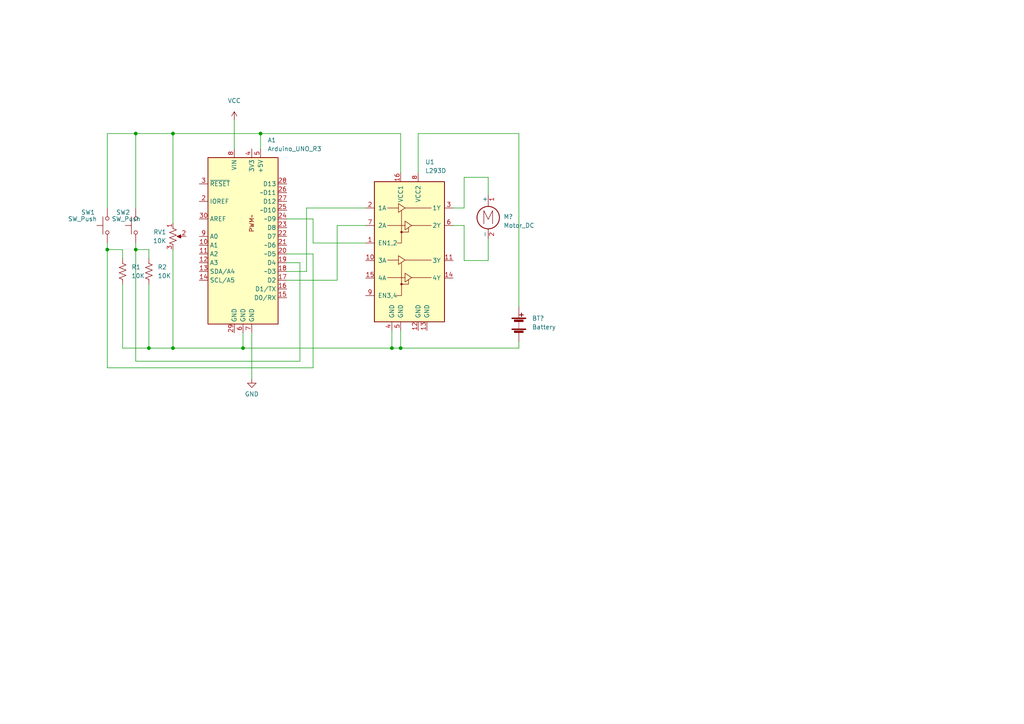
<source format=kicad_sch>
(kicad_sch (version 20211123) (generator eeschema)
  (paper "A4")
  (lib_symbols
    (symbol "Arduino:Arduino_UNO_R3"
      (property "Reference" "A" (at -10.16 23.495 0))
      (property "Value" "Arduino_UNO_R3" (at 5.08 -26.67 0))
      (symbol "Arduino_UNO_R3_0_0"
        (text "PWM~" (at 2.54 3.81 900) (effects (font (size 1.27 1.27))))
      )
      (symbol "Arduino_UNO_R3_0_1"
        (rectangle (start -10.16 22.86) (end 10.16 -25.4) (stroke (width 0.254)) (fill (type background)))
      )
      (symbol "Arduino_UNO_R3_1_1"
        (pin bidirectional line (at -12.7 -2.54 0) (length 2.54) (name "A1") (number "10"))
        (pin bidirectional line (at -12.7 -5.08 0) (length 2.54) (name "A2") (number "11"))
        (pin bidirectional line (at -12.7 -7.62 0) (length 2.54) (name "A3") (number "12"))
        (pin bidirectional line (at -12.7 -10.16 0) (length 2.54) (name "SDA/A4") (number "13"))
        (pin bidirectional line (at -12.7 -12.7 0) (length 2.54) (name "SCL/A5") (number "14"))
        (pin bidirectional line (at 12.7 -17.78 180) (length 2.54) (name "D0/RX") (number "15"))
        (pin bidirectional line (at 12.7 -15.24 180) (length 2.54) (name "D1/TX") (number "16"))
        (pin bidirectional line (at 12.7 -12.7 180) (length 2.54) (name "D2") (number "17"))
        (pin bidirectional line (at 12.7 -10.16 180) (length 2.54) (name "~D3") (number "18"))
        (pin bidirectional line (at 12.7 -7.62 180) (length 2.54) (name "D4") (number "19"))
        (pin output line (at -12.7 10.16 0) (length 2.54) (name "IOREF") (number "2"))
        (pin bidirectional line (at 12.7 -5.08 180) (length 2.54) (name "~D5") (number "20"))
        (pin bidirectional line (at 12.7 -2.54 180) (length 2.54) (name "~D6") (number "21"))
        (pin bidirectional line (at 12.7 0 180) (length 2.54) (name "D7") (number "22"))
        (pin bidirectional line (at 12.7 2.54 180) (length 2.54) (name "D8") (number "23"))
        (pin bidirectional line (at 12.7 5.08 180) (length 2.54) (name "~D9") (number "24"))
        (pin bidirectional line (at 12.7 7.62 180) (length 2.54) (name "~D10") (number "25"))
        (pin bidirectional line (at 12.7 12.7 180) (length 2.54) (name "~D11") (number "26"))
        (pin bidirectional line (at 12.7 10.16 180) (length 2.54) (name "D12") (number "27"))
        (pin bidirectional line (at 12.7 15.24 180) (length 2.54) (name "D13") (number "28"))
        (pin power_in line (at -2.54 -27.94 90) (length 2.54) (name "GND") (number "29"))
        (pin input line (at -12.7 15.24 0) (length 2.54) (name "~{RESET}") (number "3"))
        (pin input line (at -12.7 5.08 0) (length 2.54) (name "AREF") (number "30"))
        (pin power_out line (at 2.54 25.4 270) (length 2.54) (name "3V3") (number "4"))
        (pin power_out line (at 5.08 25.4 270) (length 2.54) (name "+5V") (number "5"))
        (pin power_in line (at 0 -27.94 90) (length 2.54) (name "GND") (number "6"))
        (pin power_in line (at 2.54 -27.94 90) (length 2.54) (name "GND") (number "7"))
        (pin power_in line (at -2.54 25.4 270) (length 2.54) (name "VIN") (number "8"))
        (pin bidirectional line (at -12.7 0 0) (length 2.54) (name "A0") (number "9"))
      )
    )
    (symbol "Device:Battery" (pin_numbers hide) (pin_names (offset 0) hide)
      (property "Reference" "BT" (at 2.54 2.54 0))
      (property "Value" "Battery" (at 2.54 0 0))
      (symbol "Battery_0_1"
        (rectangle (start -2.032 -1.397) (end 2.032 -1.651) (fill (type outline)))
        (rectangle (start -2.032 1.778) (end 2.032 1.524) (fill (type outline)))
        (rectangle (start -1.3208 -1.9812) (end 1.27 -2.4892) (fill (type outline)))
        (rectangle (start -1.3208 1.1938) (end 1.27 0.6858) (fill (type outline)))
        (polyline (pts (xy 0 -1.524) (xy 0 -1.27)))
        (polyline (pts (xy 0 -1.016) (xy 0 -0.762)))
        (polyline (pts (xy 0 -0.508) (xy 0 -0.254)))
        (polyline (pts (xy 0 0) (xy 0 0.254)))
        (polyline (pts (xy 0 0.508) (xy 0 0.762)))
        (polyline (pts (xy 0 1.778) (xy 0 2.54)))
        (polyline (pts (xy 0.254 2.667) (xy 1.27 2.667)) (stroke (width 0.254)))
        (polyline (pts (xy 0.762 3.175) (xy 0.762 2.159)) (stroke (width 0.254)))
      )
      (symbol "Battery_1_1"
        (pin passive line (at 0 5.08 270) (length 2.54) (name "+") (number "1"))
        (pin passive line (at 0 -5.08 90) (length 2.54) (name "-") (number "2"))
      )
    )
    (symbol "Device:R_Potentiometer_US" (pin_names (offset 1.016) hide)
      (property "Reference" "RV" (at -4.445 0 90))
      (property "Value" "R_Potentiometer_US" (at -2.54 0 90))
      (symbol "R_Potentiometer_US_0_1"
        (polyline (pts (xy 0 -2.286) (xy 0 -2.54)))
        (polyline (pts (xy 0 2.54) (xy 0 2.286)))
        (polyline (pts (xy 2.54 0) (xy 1.524 0)))
        (polyline (pts (xy 1.143 0) (xy 2.286 0.508) (xy 2.286 -0.508) (xy 1.143 0)) (fill (type outline)))
        (polyline (pts (xy 0 -0.762) (xy 1.016 -1.143) (xy 0 -1.524) (xy -1.016 -1.905) (xy 0 -2.286)))
        (polyline (pts (xy 0 0.762) (xy 1.016 0.381) (xy 0 0) (xy -1.016 -0.381) (xy 0 -0.762)))
        (polyline (pts (xy 0 2.286) (xy 1.016 1.905) (xy 0 1.524) (xy -1.016 1.143) (xy 0 0.762)))
      )
      (symbol "R_Potentiometer_US_1_1"
        (pin passive line (at 0 3.81 270) (length 1.27) (name "1") (number "1"))
        (pin passive line (at 3.81 0 180) (length 1.27) (name "2") (number "2"))
        (pin passive line (at 0 -3.81 90) (length 1.27) (name "3") (number "3"))
      )
    )
    (symbol "Device:R_US" (pin_numbers hide) (pin_names (offset 0))
      (property "Reference" "R" (at 2.54 0 90))
      (property "Value" "R_US" (at -2.54 0 90))
      (symbol "R_US_0_1"
        (polyline (pts (xy 0 -2.286) (xy 0 -2.54)))
        (polyline (pts (xy 0 2.286) (xy 0 2.54)))
        (polyline (pts (xy 0 -0.762) (xy 1.016 -1.143) (xy 0 -1.524) (xy -1.016 -1.905) (xy 0 -2.286)))
        (polyline (pts (xy 0 0.762) (xy 1.016 0.381) (xy 0 0) (xy -1.016 -0.381) (xy 0 -0.762)))
        (polyline (pts (xy 0 2.286) (xy 1.016 1.905) (xy 0 1.524) (xy -1.016 1.143) (xy 0 0.762)))
      )
      (symbol "R_US_1_1"
        (pin passive line (at 0 3.81 270) (length 1.27) (name "~") (number "1"))
        (pin passive line (at 0 -3.81 90) (length 1.27) (name "~") (number "2"))
      )
    )
    (symbol "Driver_Motor:L293D" (pin_names (offset 1.016))
      (property "Reference" "U" (at -5.08 26.035 0))
      (property "Value" "L293D" (at -5.08 24.13 0))
      (symbol "L293D_0_1"
        (rectangle (start -10.16 22.86) (end 10.16 -17.78) (stroke (width 0.254)) (fill (type background)))
        (circle (center -2.286 -6.858) (radius 0.254) (fill (type outline)))
        (circle (center -2.286 8.255) (radius 0.254) (fill (type outline)))
        (polyline (pts (xy -6.35 -4.953) (xy -1.27 -4.953)))
        (polyline (pts (xy -6.35 0.127) (xy -3.175 0.127)))
        (polyline (pts (xy -6.35 10.16) (xy -1.27 10.16)))
        (polyline (pts (xy -6.35 15.24) (xy -3.175 15.24)))
        (polyline (pts (xy -1.27 0.127) (xy 6.35 0.127)))
        (polyline (pts (xy -1.27 15.24) (xy 6.35 15.24)))
        (polyline (pts (xy 0.635 -4.953) (xy 6.35 -4.953)))
        (polyline (pts (xy 0.635 10.16) (xy 6.35 10.16)))
        (polyline (pts (xy -2.286 -6.858) (xy -0.254 -6.858) (xy -0.254 -5.588)))
        (polyline (pts (xy -2.286 -0.635) (xy -2.286 -10.16) (xy -3.556 -10.16)))
        (polyline (pts (xy -2.286 8.255) (xy -0.254 8.255) (xy -0.254 9.525)))
        (polyline (pts (xy -2.286 14.478) (xy -2.286 5.08) (xy -3.556 5.08)))
        (polyline (pts (xy -3.175 1.397) (xy -3.175 -1.143) (xy -1.27 0.127) (xy -3.175 1.397)))
        (polyline (pts (xy -3.175 16.51) (xy -3.175 13.97) (xy -1.27 15.24) (xy -3.175 16.51)))
        (polyline (pts (xy -1.27 -3.683) (xy -1.27 -6.223) (xy 0.635 -4.953) (xy -1.27 -3.683)))
        (polyline (pts (xy -1.27 11.43) (xy -1.27 8.89) (xy 0.635 10.16) (xy -1.27 11.43)))
      )
      (symbol "L293D_1_1"
        (pin input line (at -12.7 5.08 0) (length 2.54) (name "EN1,2") (number "1"))
        (pin input line (at -12.7 0 0) (length 2.54) (name "3A") (number "10"))
        (pin output line (at 12.7 0 180) (length 2.54) (name "3Y") (number "11"))
        (pin power_in line (at 2.54 -20.32 90) (length 2.54) (name "GND") (number "12"))
        (pin power_in line (at 5.08 -20.32 90) (length 2.54) (name "GND") (number "13"))
        (pin output line (at 12.7 -5.08 180) (length 2.54) (name "4Y") (number "14"))
        (pin input line (at -12.7 -5.08 0) (length 2.54) (name "4A") (number "15"))
        (pin power_in line (at -2.54 25.4 270) (length 2.54) (name "VCC1") (number "16"))
        (pin input line (at -12.7 15.24 0) (length 2.54) (name "1A") (number "2"))
        (pin output line (at 12.7 15.24 180) (length 2.54) (name "1Y") (number "3"))
        (pin power_in line (at -5.08 -20.32 90) (length 2.54) (name "GND") (number "4"))
        (pin power_in line (at -2.54 -20.32 90) (length 2.54) (name "GND") (number "5"))
        (pin output line (at 12.7 10.16 180) (length 2.54) (name "2Y") (number "6"))
        (pin input line (at -12.7 10.16 0) (length 2.54) (name "2A") (number "7"))
        (pin power_in line (at 2.54 25.4 270) (length 2.54) (name "VCC2") (number "8"))
        (pin input line (at -12.7 -10.16 0) (length 2.54) (name "EN3,4") (number "9"))
      )
    )
    (symbol "Motor:Motor_DC" (pin_names (offset 0))
      (property "Reference" "M" (at 2.54 2.54 0))
      (property "Value" "Motor_DC" (at 2.54 -5.08 0))
      (symbol "Motor_DC_0_0"
        (polyline (pts (xy -1.27 -3.302) (xy -1.27 0.508) (xy 0 -2.032) (xy 1.27 0.508) (xy 1.27 -3.302)))
      )
      (symbol "Motor_DC_0_1"
        (circle (center 0 -1.524) (radius 3.2512) (stroke (width 0.254)))
        (polyline (pts (xy 0 -7.62) (xy 0 -7.112)))
        (polyline (pts (xy 0 -4.7752) (xy 0 -5.1816)))
        (polyline (pts (xy 0 1.7272) (xy 0 2.0828)))
        (polyline (pts (xy 0 2.032) (xy 0 2.54)))
      )
      (symbol "Motor_DC_1_1"
        (pin passive line (at 0 5.08 270) (length 2.54) (name "+") (number "1"))
        (pin passive line (at 0 -7.62 90) (length 2.54) (name "-") (number "2"))
      )
    )
    (symbol "Switch:SW_Push" (pin_numbers hide) (pin_names (offset 1.016) hide)
      (property "Reference" "SW" (at 1.27 2.54 0))
      (property "Value" "SW_Push" (at 0 -1.524 0))
      (symbol "SW_Push_0_1"
        (circle (center -2.032 0) (radius 0.508))
        (polyline (pts (xy 0 1.27) (xy 0 3.048)))
        (polyline (pts (xy 2.54 1.27) (xy -2.54 1.27)))
        (circle (center 2.032 0) (radius 0.508))
        (pin passive line (at -5.08 0 0) (length 2.54) (name "1") (number "1"))
        (pin passive line (at 5.08 0 180) (length 2.54) (name "2") (number "2"))
      )
    )
    (symbol "power:GND" (power) (pin_names (offset 0))
      (property "Value" "GND" (at 0 -3.81 0))
      (symbol "GND_0_1"
        (polyline (pts (xy 0 0) (xy 0 -1.27) (xy 1.27 -1.27) (xy 0 -2.54) (xy -1.27 -1.27) (xy 0 -1.27)))
      )
      (symbol "GND_1_1"
        (pin power_in line (at 0 0 270) (length 0) hide (name "GND") (number "1"))
      )
    )
    (symbol "power:VCC" (power) (pin_names (offset 0))
      (property "Value" "VCC" (at 0 3.81 0))
      (symbol "VCC_0_1"
        (polyline (pts (xy -0.762 1.27) (xy 0 2.54)))
        (polyline (pts (xy 0 0) (xy 0 2.54)))
        (polyline (pts (xy 0 2.54) (xy 0.762 1.27)))
      )
      (symbol "VCC_1_1"
        (pin power_in line (at 0 0 90) (length 0) hide (name "VCC") (number "1"))
      )
    )
  )
  (junction (at 50.165 100.965))
  (junction (at 70.485 100.965))
  (junction (at 116.205 100.965))
  (junction (at 39.37 72.39))
  (junction (at 75.565 38.735))
  (junction (at 31.115 72.39))
  (junction (at 39.37 38.735))
  (junction (at 43.18 100.965))
  (junction (at 50.165 38.735))
  (junction (at 113.665 100.965))
  (wire (pts (xy 39.37 38.735) (xy 39.37 60.325)))
  (wire (pts (xy 73.025 96.52) (xy 73.025 109.855)))
  (wire (pts (xy 88.9 60.325) (xy 88.9 78.74)))
  (wire (pts (xy 116.205 38.735) (xy 116.205 50.165)))
  (wire (pts (xy 70.485 100.965) (xy 113.665 100.965)))
  (wire (pts (xy 86.995 76.2) (xy 86.995 104.775)))
  (wire (pts (xy 31.115 72.39) (xy 31.115 70.485)))
  (wire (pts (xy 31.115 38.735) (xy 39.37 38.735)))
  (wire (pts (xy 43.18 74.93) (xy 43.18 72.39)))
  (wire (pts (xy 50.165 38.735) (xy 75.565 38.735)))
  (wire (pts (xy 43.18 72.39) (xy 39.37 72.39)))
  (wire (pts (xy 113.665 95.885) (xy 113.665 100.965)))
  (wire (pts (xy 90.805 106.68) (xy 31.115 106.68)))
  (wire (pts (xy 50.165 72.39) (xy 50.165 100.965)))
  (wire (pts (xy 39.37 104.775) (xy 39.37 72.39)))
  (wire (pts (xy 131.445 60.325) (xy 134.62 60.325)))
  (wire (pts (xy 131.445 65.405) (xy 134.62 65.405)))
  (wire (pts (xy 39.37 72.39) (xy 39.37 70.485)))
  (wire (pts (xy 106.045 60.325) (xy 88.9 60.325)))
  (wire (pts (xy 141.605 75.565) (xy 141.605 69.215)))
  (wire (pts (xy 86.995 104.775) (xy 39.37 104.775)))
  (wire (pts (xy 106.045 70.485) (xy 90.805 70.485)))
  (wire (pts (xy 43.18 100.965) (xy 50.165 100.965)))
  (wire (pts (xy 50.165 100.965) (xy 70.485 100.965)))
  (wire (pts (xy 113.665 100.965) (xy 116.205 100.965)))
  (wire (pts (xy 116.205 95.885) (xy 116.205 100.965)))
  (wire (pts (xy 90.805 73.66) (xy 90.805 106.68)))
  (wire (pts (xy 90.805 70.485) (xy 90.805 63.5)))
  (wire (pts (xy 50.165 64.77) (xy 50.165 38.735)))
  (wire (pts (xy 141.605 51.435) (xy 141.605 56.515)))
  (wire (pts (xy 134.62 65.405) (xy 134.62 75.565)))
  (wire (pts (xy 150.495 100.965) (xy 150.495 99.06)))
  (wire (pts (xy 97.79 65.405) (xy 106.045 65.405)))
  (wire (pts (xy 150.495 38.735) (xy 150.495 88.9)))
  (wire (pts (xy 134.62 51.435) (xy 141.605 51.435)))
  (wire (pts (xy 121.285 38.735) (xy 150.495 38.735)))
  (wire (pts (xy 75.565 38.735) (xy 116.205 38.735)))
  (wire (pts (xy 35.56 74.93) (xy 35.56 72.39)))
  (wire (pts (xy 121.285 50.165) (xy 121.285 38.735)))
  (wire (pts (xy 67.945 34.925) (xy 67.945 43.18)))
  (wire (pts (xy 35.56 82.55) (xy 35.56 100.965)))
  (wire (pts (xy 83.185 76.2) (xy 86.995 76.2)))
  (wire (pts (xy 31.115 60.325) (xy 31.115 38.735)))
  (wire (pts (xy 88.9 78.74) (xy 83.185 78.74)))
  (wire (pts (xy 39.37 38.735) (xy 50.165 38.735)))
  (wire (pts (xy 70.485 100.965) (xy 70.485 96.52)))
  (wire (pts (xy 35.56 100.965) (xy 43.18 100.965)))
  (wire (pts (xy 31.115 72.39) (xy 35.56 72.39)))
  (wire (pts (xy 134.62 75.565) (xy 141.605 75.565)))
  (wire (pts (xy 83.185 81.28) (xy 97.79 81.28)))
  (wire (pts (xy 90.805 63.5) (xy 83.185 63.5)))
  (wire (pts (xy 83.185 73.66) (xy 90.805 73.66)))
  (wire (pts (xy 31.115 106.68) (xy 31.115 72.39)))
  (wire (pts (xy 75.565 38.735) (xy 75.565 43.18)))
  (wire (pts (xy 43.18 82.55) (xy 43.18 100.965)))
  (wire (pts (xy 116.205 100.965) (xy 150.495 100.965)))
  (wire (pts (xy 134.62 60.325) (xy 134.62 51.435)))
  (wire (pts (xy 97.79 81.28) (xy 97.79 65.405)))
  (symbol (lib_id "Switch:SW_Push") (at 31.115 65.405 90) (unit 1)
    (property "Reference" "SW1" (at 23.495 61.595 90) (effects (justify right)))
    (property "Value" "SW_Push" (at 19.685 63.5 90) (effects (justify right)))
  )
  (symbol (lib_id "Device:R_US") (at 43.18 78.74 0) (unit 1)
    (property "Reference" "R2" (at 45.72 77.4699 0) (effects (justify left)))
    (property "Value" "10K" (at 45.72 80.0099 0) (effects (justify left)))
  )
  (symbol (lib_id "Motor:Motor_DC") (at 141.605 61.595 0) (unit 1)
    (property "Reference" "M?" (at 146.05 62.8649 0) (effects (justify left)))
    (property "Value" "Motor_DC" (at 146.05 65.4049 0) (effects (justify left)))
  )
  (symbol (lib_id "power:GND") (at 73.025 109.855 0) (unit 1)
    (property "Reference" "#PWR?" (effects hide))
    (property "Value" "GND" (at 73.025 114.3 0))
  )
  (symbol (lib_id "Device:R_Potentiometer_US") (at 50.165 68.58 0) (unit 1)
    (property "Reference" "RV1" (at 48.26 67.3099 0) (effects (justify right)))
    (property "Value" "10K" (at 48.26 69.85 0) (effects (justify right)))
  )
  (symbol (lib_id "Arduino:Arduino_UNO_R3") (at 70.485 68.58 0) (unit 1)
    (property "Reference" "A1" (at 77.5844 40.64 0) (effects (justify left)))
    (property "Value" "Arduino_UNO_R3" (at 77.5844 43.18 0) (effects (justify left)))
    (property "Footprint" "Module:Arduino_UNO_R3" (effects hide))
    (property "Datasheet" "https://www.arduino.cc/en/Main/arduinoBoardUno" (effects hide))
  )
  (symbol (lib_id "Device:R_US") (at 35.56 78.74 0) (unit 1)
    (property "Reference" "R1" (at 38.1 77.4699 0) (effects (justify left)))
    (property "Value" "10K" (at 38.1 80.0099 0) (effects (justify left)))
  )
  (symbol (lib_id "Device:Battery") (at 150.495 93.98 0) (unit 1)
    (property "Reference" "BT?" (at 154.305 92.3289 0) (effects (justify left)))
    (property "Value" "Battery" (at 154.305 94.8689 0) (effects (justify left)))
  )
  (symbol (lib_id "Driver_Motor:L293D") (at 118.745 75.565 0) (unit 1)
    (property "Reference" "U1" (at 123.3044 46.99 0) (effects (justify left)))
    (property "Value" "L293D" (at 123.3044 49.53 0) (effects (justify left)))
    (property "Footprint" "Package_DIP:DIP-16_W7.62mm" (effects hide))
    (property "Datasheet" "http://www.ti.com/lit/ds/symlink/l293.pdf" (effects hide))
  )
  (symbol (lib_id "Switch:SW_Push") (at 39.37 65.405 90) (unit 1)
    (property "Reference" "SW2" (at 33.655 61.595 90) (effects (justify right)))
    (property "Value" "SW_Push" (at 32.385 63.5 90) (effects (justify right)))
  )
  (symbol (lib_id "power:VCC") (at 67.945 34.925 0) (unit 1)
    (property "Reference" "#PWR?" (effects hide))
    (property "Value" "VCC" (at 67.945 29.21 0))
  )
)
</source>
